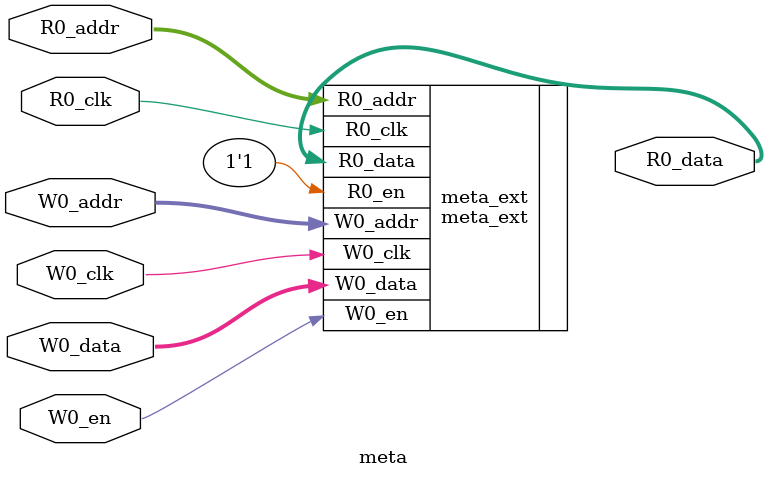
<source format=sv>
module meta(	// @[generators/boom/src/main/scala/v3/ifu/fetch-target-queue.scala:142:29]
  input  [5:0]   R0_addr,
  input          R0_clk,
  output [239:0] R0_data,
  input  [5:0]   W0_addr,
  input          W0_en,
  input          W0_clk,
  input  [239:0] W0_data
);

  meta_ext meta_ext (	// @[generators/boom/src/main/scala/v3/ifu/fetch-target-queue.scala:142:29]
    .R0_addr (R0_addr),
    .R0_en   (1'h1),	// @[generators/boom/src/main/scala/v3/ifu/fetch-target-queue.scala:142:29]
    .R0_clk  (R0_clk),
    .R0_data (R0_data),
    .W0_addr (W0_addr),
    .W0_en   (W0_en),
    .W0_clk  (W0_clk),
    .W0_data (W0_data)
  );	// @[generators/boom/src/main/scala/v3/ifu/fetch-target-queue.scala:142:29]
endmodule


</source>
